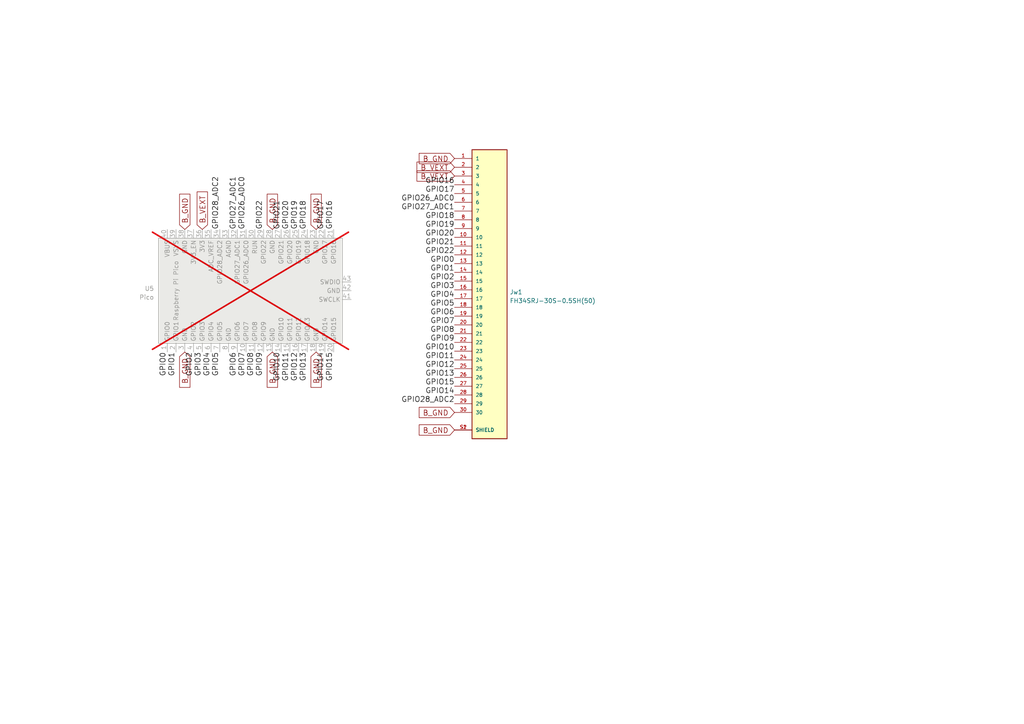
<source format=kicad_sch>
(kicad_sch (version 20230121) (generator eeschema)
  (paper "A4")
  (title_block (title "RPi Pico Breakout Board for FFC cable"))
  (lib_symbols
    (symbol "FH34SRJ-30S-05:FH34SRJ-30S-0.5SH(50)" (pin_names (offset 1.016))
      (property "Reference" "J" (at -5.08 41.91 0))
      (property "Value" "FH34SRJ-30S-0.5SH(50)" (at -5.08 -45.72 0))
      (symbol "FH34SRJ-30S-0.5SH(50)_0_0"
        (rectangle (start -5.08 -43.18) (end 5.08 40.64) (stroke (width 0.254)) (fill (type background)))
        (pin passive line (at -10.16 38.1 0) (length 5.08) (name "1") (number "1"))
        (pin passive line (at -10.16 15.24 0) (length 5.08) (name "10") (number "10"))
        (pin passive line (at -10.16 12.7 0) (length 5.08) (name "11") (number "11"))
        (pin passive line (at -10.16 10.16 0) (length 5.08) (name "12") (number "12"))
        (pin passive line (at -10.16 7.62 0) (length 5.08) (name "13") (number "13"))
        (pin passive line (at -10.16 5.08 0) (length 5.08) (name "14") (number "14"))
        (pin passive line (at -10.16 2.54 0) (length 5.08) (name "15") (number "15"))
        (pin passive line (at -10.16 0 0) (length 5.08) (name "16") (number "16"))
        (pin passive line (at -10.16 -2.54 0) (length 5.08) (name "17") (number "17"))
        (pin passive line (at -10.16 -5.08 0) (length 5.08) (name "18") (number "18"))
        (pin passive line (at -10.16 -7.62 0) (length 5.08) (name "19") (number "19"))
        (pin passive line (at -10.16 35.56 0) (length 5.08) (name "2") (number "2"))
        (pin passive line (at -10.16 -10.16 0) (length 5.08) (name "20") (number "20"))
        (pin passive line (at -10.16 -12.7 0) (length 5.08) (name "21") (number "21"))
        (pin passive line (at -10.16 -15.24 0) (length 5.08) (name "22") (number "22"))
        (pin passive line (at -10.16 -17.78 0) (length 5.08) (name "23") (number "23"))
        (pin passive line (at -10.16 -20.32 0) (length 5.08) (name "24") (number "24"))
        (pin passive line (at -10.16 -22.86 0) (length 5.08) (name "25") (number "25"))
        (pin passive line (at -10.16 -25.4 0) (length 5.08) (name "26") (number "26"))
        (pin passive line (at -10.16 -27.94 0) (length 5.08) (name "27") (number "27"))
        (pin passive line (at -10.16 -30.48 0) (length 5.08) (name "28") (number "28"))
        (pin passive line (at -10.16 -33.02 0) (length 5.08) (name "29") (number "29"))
        (pin passive line (at -10.16 33.02 0) (length 5.08) (name "3") (number "3"))
        (pin passive line (at -10.16 -35.56 0) (length 5.08) (name "30") (number "30"))
        (pin passive line (at -10.16 30.48 0) (length 5.08) (name "4") (number "4"))
        (pin passive line (at -10.16 27.94 0) (length 5.08) (name "5") (number "5"))
        (pin passive line (at -10.16 25.4 0) (length 5.08) (name "6") (number "6"))
        (pin passive line (at -10.16 22.86 0) (length 5.08) (name "7") (number "7"))
        (pin passive line (at -10.16 20.32 0) (length 5.08) (name "8") (number "8"))
        (pin passive line (at -10.16 17.78 0) (length 5.08) (name "9") (number "9"))
        (pin passive line (at -10.16 -40.64 0) (length 5.08) (name "SHIELD") (number "S1"))
        (pin passive line (at -10.16 -40.64 0) (length 5.08) (name "SHIELD") (number "S2"))
      )
    )
    (symbol "MCU_RaspberryPi_and_Boards:Pico"
      (property "Reference" "U" (at -13.97 27.94 0))
      (property "Value" "Pico" (at 0 19.05 0))
      (symbol "Pico_0_0"
        (text "Raspberry Pi Pico" (at 0 21.59 0) (effects (font (size 1.27 1.27))))
      )
      (symbol "Pico_0_1"
        (rectangle (start -15.24 26.67) (end 15.24 -26.67) (fill (type background)))
      )
      (symbol "Pico_1_1"
        (pin bidirectional line (at -17.78 24.13 0) (length 2.54) (name "GPIO0") (number "1"))
        (pin bidirectional line (at -17.78 1.27 0) (length 2.54) (name "GPIO7") (number "10"))
        (pin bidirectional line (at -17.78 -1.27 0) (length 2.54) (name "GPIO8") (number "11"))
        (pin bidirectional line (at -17.78 -3.81 0) (length 2.54) (name "GPIO9") (number "12"))
        (pin power_in line (at -17.78 -6.35 0) (length 2.54) (name "GND") (number "13"))
        (pin bidirectional line (at -17.78 -8.89 0) (length 2.54) (name "GPIO10") (number "14"))
        (pin bidirectional line (at -17.78 -11.43 0) (length 2.54) (name "GPIO11") (number "15"))
        (pin bidirectional line (at -17.78 -13.97 0) (length 2.54) (name "GPIO12") (number "16"))
        (pin bidirectional line (at -17.78 -16.51 0) (length 2.54) (name "GPIO13") (number "17"))
        (pin power_in line (at -17.78 -19.05 0) (length 2.54) (name "GND") (number "18"))
        (pin bidirectional line (at -17.78 -21.59 0) (length 2.54) (name "GPIO14") (number "19"))
        (pin bidirectional line (at -17.78 21.59 0) (length 2.54) (name "GPIO1") (number "2"))
        (pin bidirectional line (at -17.78 -24.13 0) (length 2.54) (name "GPIO15") (number "20"))
        (pin bidirectional line (at 17.78 -24.13 180) (length 2.54) (name "GPIO16") (number "21"))
        (pin bidirectional line (at 17.78 -21.59 180) (length 2.54) (name "GPIO17") (number "22"))
        (pin power_in line (at 17.78 -19.05 180) (length 2.54) (name "GND") (number "23"))
        (pin bidirectional line (at 17.78 -16.51 180) (length 2.54) (name "GPIO18") (number "24"))
        (pin bidirectional line (at 17.78 -13.97 180) (length 2.54) (name "GPIO19") (number "25"))
        (pin bidirectional line (at 17.78 -11.43 180) (length 2.54) (name "GPIO20") (number "26"))
        (pin bidirectional line (at 17.78 -8.89 180) (length 2.54) (name "GPIO21") (number "27"))
        (pin power_in line (at 17.78 -6.35 180) (length 2.54) (name "GND") (number "28"))
        (pin bidirectional line (at 17.78 -3.81 180) (length 2.54) (name "GPIO22") (number "29"))
        (pin power_in line (at -17.78 19.05 0) (length 2.54) (name "GND") (number "3"))
        (pin input line (at 17.78 -1.27 180) (length 2.54) (name "RUN") (number "30"))
        (pin bidirectional line (at 17.78 1.27 180) (length 2.54) (name "GPIO26_ADC0") (number "31"))
        (pin bidirectional line (at 17.78 3.81 180) (length 2.54) (name "GPIO27_ADC1") (number "32"))
        (pin power_in line (at 17.78 6.35 180) (length 2.54) (name "AGND") (number "33"))
        (pin bidirectional line (at 17.78 8.89 180) (length 2.54) (name "GPIO28_ADC2") (number "34"))
        (pin power_in line (at 17.78 11.43 180) (length 2.54) (name "ADC_VREF") (number "35"))
        (pin power_in line (at 17.78 13.97 180) (length 2.54) (name "3V3") (number "36"))
        (pin input line (at 17.78 16.51 180) (length 2.54) (name "3V3_EN") (number "37"))
        (pin bidirectional line (at 17.78 19.05 180) (length 2.54) (name "GND") (number "38"))
        (pin power_in line (at 17.78 21.59 180) (length 2.54) (name "VSYS") (number "39"))
        (pin bidirectional line (at -17.78 16.51 0) (length 2.54) (name "GPIO2") (number "4"))
        (pin power_in line (at 17.78 24.13 180) (length 2.54) (name "VBUS") (number "40"))
        (pin input line (at -2.54 -29.21 90) (length 2.54) (name "SWCLK") (number "41"))
        (pin power_in line (at 0 -29.21 90) (length 2.54) (name "GND") (number "42"))
        (pin bidirectional line (at 2.54 -29.21 90) (length 2.54) (name "SWDIO") (number "43"))
        (pin bidirectional line (at -17.78 13.97 0) (length 2.54) (name "GPIO3") (number "5"))
        (pin bidirectional line (at -17.78 11.43 0) (length 2.54) (name "GPIO4") (number "6"))
        (pin bidirectional line (at -17.78 8.89 0) (length 2.54) (name "GPIO5") (number "7"))
        (pin power_in line (at -17.78 6.35 0) (length 2.54) (name "GND") (number "8"))
        (pin bidirectional line (at -17.78 3.81 0) (length 2.54) (name "GPIO6") (number "9"))
      )
    )
  )
  (label "GPIO0" (at 131.826 76.454 180) (effects (font (size 1.524 1.524))))
  (label "GPIO6" (at 68.834 102.108 270) (effects (font (size 1.524 1.524))))
  (label "GPIO8" (at 131.826 96.774 180) (effects (font (size 1.524 1.524))))
  (label "GPIO1" (at 131.826 78.994 180) (effects (font (size 1.524 1.524))))
  (label "GPIO12" (at 131.826 106.934 180) (effects (font (size 1.524 1.524))))
  (label "GPIO10" (at 81.534 102.108 270) (effects (font (size 1.524 1.524))))
  (label "GPIO27_ADC1" (at 131.826 61.214 180) (effects (font (size 1.524 1.524))))
  (label "GPIO14" (at 131.826 114.554 180) (effects (font (size 1.524 1.524))))
  (label "GPIO5" (at 63.754 102.108 270) (effects (font (size 1.524 1.524))))
  (label "GPIO21" (at 81.534 66.548 90) (effects (font (size 1.524 1.524))))
  (label "GPIO19" (at 86.614 66.548 90) (effects (font (size 1.524 1.524))))
  (label "GPIO1" (at 51.054 102.108 270) (effects (font (size 1.524 1.524))))
  (label "GPIO11" (at 84.074 102.108 270) (effects (font (size 1.524 1.524))))
  (label "GPIO13" (at 89.154 102.108 270) (effects (font (size 1.524 1.524))))
  (label "GPIO7" (at 71.374 102.108 270) (effects (font (size 1.524 1.524))))
  (label "GPIO20" (at 84.074 66.548 90) (effects (font (size 1.524 1.524))))
  (label "GPIO2" (at 56.134 102.108 270) (effects (font (size 1.524 1.524))))
  (label "GPIO8" (at 73.914 102.108 270) (effects (font (size 1.524 1.524))))
  (label "GPIO9" (at 131.826 99.314 180) (effects (font (size 1.524 1.524))))
  (label "GPIO12" (at 86.614 102.108 270) (effects (font (size 1.524 1.524))))
  (label "GPIO16" (at 131.826 53.594 180) (effects (font (size 1.524 1.524))))
  (label "GPIO20" (at 131.826 68.834 180) (effects (font (size 1.524 1.524))))
  (label "GPIO5" (at 131.826 89.154 180) (effects (font (size 1.524 1.524))))
  (label "GPIO9" (at 76.454 102.108 270) (effects (font (size 1.524 1.524))))
  (label "GPIO26_ADC0" (at 71.374 66.548 90) (effects (font (size 1.524 1.524))))
  (label "GPIO3" (at 58.674 102.108 270) (effects (font (size 1.524 1.524))))
  (label "GPIO16" (at 96.774 66.548 90) (effects (font (size 1.524 1.524))))
  (label "GPIO2" (at 131.826 81.534 180) (effects (font (size 1.524 1.524))))
  (label "GPIO28_ADC2" (at 63.754 66.548 90) (effects (font (size 1.524 1.524))))
  (label "GPIO21" (at 131.826 71.374 180) (effects (font (size 1.524 1.524))))
  (label "GPIO11" (at 131.826 104.394 180) (effects (font (size 1.524 1.524))))
  (label "GPIO4" (at 61.214 102.108 270) (effects (font (size 1.524 1.524))))
  (label "GPIO26_ADC0" (at 131.826 58.674 180) (effects (font (size 1.524 1.524))))
  (label "GPIO15" (at 131.826 112.014 180) (effects (font (size 1.524 1.524))))
  (label "GPIO22" (at 76.454 66.548 90) (effects (font (size 1.524 1.524))))
  (label "GPIO17" (at 94.234 66.548 90) (effects (font (size 1.524 1.524))))
  (label "GPIO14" (at 94.234 102.108 270) (effects (font (size 1.524 1.524))))
  (label "GPIO0" (at 48.514 102.108 270) (effects (font (size 1.524 1.524))))
  (label "GPIO27_ADC1" (at 68.834 66.548 90) (effects (font (size 1.524 1.524))))
  (label "GPIO18" (at 89.154 66.548 90) (effects (font (size 1.524 1.524))))
  (label "GPIO4" (at 131.826 86.614 180) (effects (font (size 1.524 1.524))))
  (label "GPIO17" (at 131.826 56.134 180) (effects (font (size 1.524 1.524))))
  (label "GPIO18" (at 131.826 63.754 180) (effects (font (size 1.524 1.524))))
  (label "GPIO6" (at 131.826 91.694 180) (effects (font (size 1.524 1.524))))
  (label "GPIO28_ADC2" (at 131.826 117.094 180) (effects (font (size 1.524 1.524))))
  (label "GPIO19" (at 131.826 66.294 180) (effects (font (size 1.524 1.524))))
  (label "GPIO22" (at 131.826 73.914 180) (effects (font (size 1.524 1.524))))
  (label "GPIO15" (at 96.774 102.108 270) (effects (font (size 1.524 1.524))))
  (label "GPIO7" (at 131.826 94.234 180) (effects (font (size 1.524 1.524))))
  (label "GPIO3" (at 131.826 84.074 180) (effects (font (size 1.524 1.524))))
  (label "GPIO13" (at 131.826 109.474 180) (effects (font (size 1.524 1.524))))
  (label "GPIO10" (at 131.826 101.854 180) (effects (font (size 1.524 1.524))))
  (global_label "B_GND" (shape input) (at 131.826 45.974 180) (effects (font (size 1.524 1.524))) (property "Intersheetrefs" "${INTERSHEET_REFS}" (effects hide)))
  (global_label "B_GND" (shape input) (at 78.994 102.108 270) (effects (font (size 1.524 1.524))) (property "Intersheetrefs" "${INTERSHEET_REFS}" (effects hide)))
  (global_label "B_GND" (shape input) (at 53.594 102.108 270) (effects (font (size 1.524 1.524))) (property "Intersheetrefs" "${INTERSHEET_REFS}" (effects hide)))
  (global_label "B_GND" (shape input) (at 131.826 119.634 180) (effects (font (size 1.524 1.524))) (property "Intersheetrefs" "${INTERSHEET_REFS}" (effects hide)))
  (global_label "B_VEXT" (shape input) (at 58.674 66.548 90) (effects (font (size 1.524 1.524))) (property "Intersheetrefs" "${INTERSHEET_REFS}" (effects hide)))
  (global_label "B_GND" (shape input) (at 91.694 66.548 90) (effects (font (size 1.524 1.524))) (property "Intersheetrefs" "${INTERSHEET_REFS}" (effects hide)))
  (global_label "B_GND" (shape input) (at 53.594 66.548 90) (effects (font (size 1.524 1.524))) (property "Intersheetrefs" "${INTERSHEET_REFS}" (effects hide)))
  (global_label "B_GND" (shape input) (at 78.994 66.548 90) (effects (font (size 1.524 1.524))) (property "Intersheetrefs" "${INTERSHEET_REFS}" (effects hide)))
  (global_label "B_VEXT" (shape input) (at 131.826 48.514 180) (effects (font (size 1.524 1.524))) (property "Intersheetrefs" "${INTERSHEET_REFS}" (effects hide)))
  (global_label "B_VEXT" (shape input) (at 131.826 51.054 180) (effects (font (size 1.524 1.524))) (property "Intersheetrefs" "${INTERSHEET_REFS}" (effects hide)))
  (global_label "B_GND" (shape input) (at 131.826 124.714 180) (effects (font (size 1.524 1.524))) (property "Intersheetrefs" "${INTERSHEET_REFS}" (effects hide)))
  (global_label "B_GND" (shape input) (at 91.694 102.108 270) (effects (font (size 1.524 1.524))) (property "Intersheetrefs" "${INTERSHEET_REFS}" (effects hide)))
  (symbol (lib_id "FH34SRJ-30S-05:FH34SRJ-30S-0.5SH(50)") (at 141.986 84.074 0) (unit 1)
    (property "Reference" "Jw1" (at 147.828 84.709 0) (effects (justify left)))
    (property "Value" "FH34SRJ-30S-0.5SH(50)" (at 147.828 87.249 0) (effects (justify left)))
    (property "Footprint" "HRS_FH34SRJ-30S-0.5SH(50)" (effects hide))
    (property "MANUFACTURER" "Hirose Electric" (effects hide))
    (property "STANDARD" "Manufacturer recommendations" (effects hide))
    (property "PARTREV" "1" (effects hide))
    (property "MAXIMUM_PACKAGE_HEIGHT" "1.1mm" (effects hide))
    (property "JLCPART" "C324727" (effects hide))
    (property "MPN" "C324727" (effects hide))
  )
  (symbol (lib_id "MCU_RaspberryPi_and_Boards:Pico") (at 72.644 84.328 90) (unit 1) (in_bom no) (dnp yes)
    (property "Reference" "U5" (at 44.704 83.693 90) (effects (justify left)))
    (property "Value" "Pico" (at 44.704 86.233 90) (effects (justify left)))
    (property "Footprint" "RPi_Pico:RPi_Pico_SMD_TH" (effects hide))
  )
)
</source>
